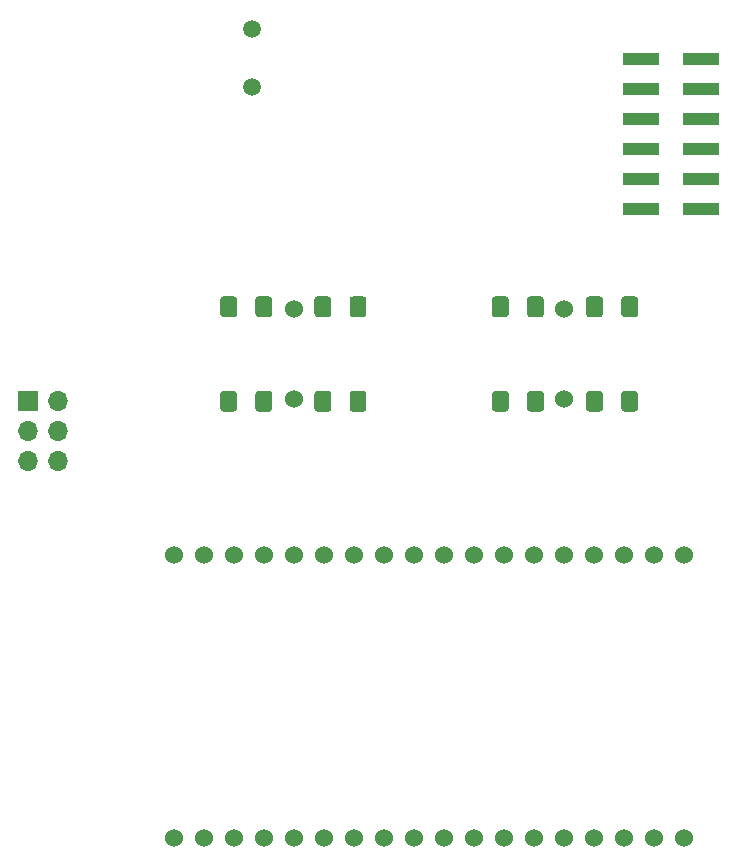
<source format=gbr>
%TF.GenerationSoftware,KiCad,Pcbnew,5.1.10*%
%TF.CreationDate,2021-09-26T09:19:48+10:00*%
%TF.ProjectId,pcb-main,7063622d-6d61-4696-9e2e-6b696361645f,rev?*%
%TF.SameCoordinates,Original*%
%TF.FileFunction,Soldermask,Bot*%
%TF.FilePolarity,Negative*%
%FSLAX46Y46*%
G04 Gerber Fmt 4.6, Leading zero omitted, Abs format (unit mm)*
G04 Created by KiCad (PCBNEW 5.1.10) date 2021-09-26 09:19:48*
%MOMM*%
%LPD*%
G01*
G04 APERTURE LIST*
%ADD10O,1.700000X1.700000*%
%ADD11R,1.700000X1.700000*%
%ADD12C,1.524000*%
%ADD13R,3.150000X1.000000*%
%ADD14C,1.500000*%
G04 APERTURE END LIST*
D10*
%TO.C,J1*%
X118540000Y-103080000D03*
X116000000Y-103080000D03*
X118540000Y-100540000D03*
X116000000Y-100540000D03*
X118540000Y-98000000D03*
D11*
X116000000Y-98000000D03*
%TD*%
D12*
%TO.C,U3*%
X128410880Y-111027040D03*
X130950880Y-111027040D03*
X133490880Y-111027040D03*
X136030880Y-111027040D03*
X138570880Y-111027040D03*
X141110880Y-111027040D03*
X143650880Y-111027040D03*
X146190880Y-111027040D03*
X148730880Y-111027040D03*
X151270880Y-111027040D03*
X153810880Y-111027040D03*
X156350880Y-111027040D03*
X158890880Y-111027040D03*
X161430880Y-111027040D03*
X163970880Y-111027040D03*
X166510880Y-111027040D03*
X169050880Y-111027040D03*
X171590880Y-111027040D03*
X171590880Y-135000000D03*
X169050880Y-135000000D03*
X166510880Y-135000000D03*
X163970880Y-135000000D03*
X161430880Y-135000000D03*
X158890880Y-135000000D03*
X156350880Y-135000000D03*
X153810880Y-135000000D03*
X151270880Y-135000000D03*
X148730880Y-135000000D03*
X146190880Y-135000000D03*
X143650880Y-135000000D03*
X141110880Y-135000000D03*
X138570880Y-135000000D03*
X136030880Y-135000000D03*
X133490880Y-135000000D03*
X130950880Y-135000000D03*
X128410880Y-135000000D03*
%TD*%
%TO.C,M1*%
X161430000Y-97810000D03*
X161430000Y-90190000D03*
X138570000Y-90190000D03*
X138570000Y-97810000D03*
%TD*%
D13*
%TO.C,J2*%
X167950000Y-81700000D03*
X173000000Y-81700000D03*
X167950000Y-79160000D03*
X173000000Y-79160000D03*
X167950000Y-76620000D03*
X173000000Y-76620000D03*
X167950000Y-74080000D03*
X173000000Y-74080000D03*
X167950000Y-71540000D03*
X173000000Y-71540000D03*
X167950000Y-69000000D03*
X173000000Y-69000000D03*
%TD*%
D14*
%TO.C,Y1*%
X135000000Y-71380000D03*
X135000000Y-66500000D03*
%TD*%
%TO.C,D8*%
G36*
G01*
X133737500Y-97375000D02*
X133737500Y-98625000D01*
G75*
G02*
X133487500Y-98875000I-250000J0D01*
G01*
X132562500Y-98875000D01*
G75*
G02*
X132312500Y-98625000I0J250000D01*
G01*
X132312500Y-97375000D01*
G75*
G02*
X132562500Y-97125000I250000J0D01*
G01*
X133487500Y-97125000D01*
G75*
G02*
X133737500Y-97375000I0J-250000D01*
G01*
G37*
G36*
G01*
X136712500Y-97375000D02*
X136712500Y-98625000D01*
G75*
G02*
X136462500Y-98875000I-250000J0D01*
G01*
X135537500Y-98875000D01*
G75*
G02*
X135287500Y-98625000I0J250000D01*
G01*
X135287500Y-97375000D01*
G75*
G02*
X135537500Y-97125000I250000J0D01*
G01*
X136462500Y-97125000D01*
G75*
G02*
X136712500Y-97375000I0J-250000D01*
G01*
G37*
%TD*%
%TO.C,D7*%
G36*
G01*
X141712500Y-97375000D02*
X141712500Y-98625000D01*
G75*
G02*
X141462500Y-98875000I-250000J0D01*
G01*
X140537500Y-98875000D01*
G75*
G02*
X140287500Y-98625000I0J250000D01*
G01*
X140287500Y-97375000D01*
G75*
G02*
X140537500Y-97125000I250000J0D01*
G01*
X141462500Y-97125000D01*
G75*
G02*
X141712500Y-97375000I0J-250000D01*
G01*
G37*
G36*
G01*
X144687500Y-97375000D02*
X144687500Y-98625000D01*
G75*
G02*
X144437500Y-98875000I-250000J0D01*
G01*
X143512500Y-98875000D01*
G75*
G02*
X143262500Y-98625000I0J250000D01*
G01*
X143262500Y-97375000D01*
G75*
G02*
X143512500Y-97125000I250000J0D01*
G01*
X144437500Y-97125000D01*
G75*
G02*
X144687500Y-97375000I0J-250000D01*
G01*
G37*
%TD*%
%TO.C,D6*%
G36*
G01*
X133737500Y-89375000D02*
X133737500Y-90625000D01*
G75*
G02*
X133487500Y-90875000I-250000J0D01*
G01*
X132562500Y-90875000D01*
G75*
G02*
X132312500Y-90625000I0J250000D01*
G01*
X132312500Y-89375000D01*
G75*
G02*
X132562500Y-89125000I250000J0D01*
G01*
X133487500Y-89125000D01*
G75*
G02*
X133737500Y-89375000I0J-250000D01*
G01*
G37*
G36*
G01*
X136712500Y-89375000D02*
X136712500Y-90625000D01*
G75*
G02*
X136462500Y-90875000I-250000J0D01*
G01*
X135537500Y-90875000D01*
G75*
G02*
X135287500Y-90625000I0J250000D01*
G01*
X135287500Y-89375000D01*
G75*
G02*
X135537500Y-89125000I250000J0D01*
G01*
X136462500Y-89125000D01*
G75*
G02*
X136712500Y-89375000I0J-250000D01*
G01*
G37*
%TD*%
%TO.C,D5*%
G36*
G01*
X141712500Y-89375000D02*
X141712500Y-90625000D01*
G75*
G02*
X141462500Y-90875000I-250000J0D01*
G01*
X140537500Y-90875000D01*
G75*
G02*
X140287500Y-90625000I0J250000D01*
G01*
X140287500Y-89375000D01*
G75*
G02*
X140537500Y-89125000I250000J0D01*
G01*
X141462500Y-89125000D01*
G75*
G02*
X141712500Y-89375000I0J-250000D01*
G01*
G37*
G36*
G01*
X144687500Y-89375000D02*
X144687500Y-90625000D01*
G75*
G02*
X144437500Y-90875000I-250000J0D01*
G01*
X143512500Y-90875000D01*
G75*
G02*
X143262500Y-90625000I0J250000D01*
G01*
X143262500Y-89375000D01*
G75*
G02*
X143512500Y-89125000I250000J0D01*
G01*
X144437500Y-89125000D01*
G75*
G02*
X144687500Y-89375000I0J-250000D01*
G01*
G37*
%TD*%
%TO.C,D4*%
G36*
G01*
X166262500Y-98625000D02*
X166262500Y-97375000D01*
G75*
G02*
X166512500Y-97125000I250000J0D01*
G01*
X167437500Y-97125000D01*
G75*
G02*
X167687500Y-97375000I0J-250000D01*
G01*
X167687500Y-98625000D01*
G75*
G02*
X167437500Y-98875000I-250000J0D01*
G01*
X166512500Y-98875000D01*
G75*
G02*
X166262500Y-98625000I0J250000D01*
G01*
G37*
G36*
G01*
X163287500Y-98625000D02*
X163287500Y-97375000D01*
G75*
G02*
X163537500Y-97125000I250000J0D01*
G01*
X164462500Y-97125000D01*
G75*
G02*
X164712500Y-97375000I0J-250000D01*
G01*
X164712500Y-98625000D01*
G75*
G02*
X164462500Y-98875000I-250000J0D01*
G01*
X163537500Y-98875000D01*
G75*
G02*
X163287500Y-98625000I0J250000D01*
G01*
G37*
%TD*%
%TO.C,D3*%
G36*
G01*
X158287500Y-98625000D02*
X158287500Y-97375000D01*
G75*
G02*
X158537500Y-97125000I250000J0D01*
G01*
X159462500Y-97125000D01*
G75*
G02*
X159712500Y-97375000I0J-250000D01*
G01*
X159712500Y-98625000D01*
G75*
G02*
X159462500Y-98875000I-250000J0D01*
G01*
X158537500Y-98875000D01*
G75*
G02*
X158287500Y-98625000I0J250000D01*
G01*
G37*
G36*
G01*
X155312500Y-98625000D02*
X155312500Y-97375000D01*
G75*
G02*
X155562500Y-97125000I250000J0D01*
G01*
X156487500Y-97125000D01*
G75*
G02*
X156737500Y-97375000I0J-250000D01*
G01*
X156737500Y-98625000D01*
G75*
G02*
X156487500Y-98875000I-250000J0D01*
G01*
X155562500Y-98875000D01*
G75*
G02*
X155312500Y-98625000I0J250000D01*
G01*
G37*
%TD*%
%TO.C,D2*%
G36*
G01*
X166262500Y-90625000D02*
X166262500Y-89375000D01*
G75*
G02*
X166512500Y-89125000I250000J0D01*
G01*
X167437500Y-89125000D01*
G75*
G02*
X167687500Y-89375000I0J-250000D01*
G01*
X167687500Y-90625000D01*
G75*
G02*
X167437500Y-90875000I-250000J0D01*
G01*
X166512500Y-90875000D01*
G75*
G02*
X166262500Y-90625000I0J250000D01*
G01*
G37*
G36*
G01*
X163287500Y-90625000D02*
X163287500Y-89375000D01*
G75*
G02*
X163537500Y-89125000I250000J0D01*
G01*
X164462500Y-89125000D01*
G75*
G02*
X164712500Y-89375000I0J-250000D01*
G01*
X164712500Y-90625000D01*
G75*
G02*
X164462500Y-90875000I-250000J0D01*
G01*
X163537500Y-90875000D01*
G75*
G02*
X163287500Y-90625000I0J250000D01*
G01*
G37*
%TD*%
%TO.C,D1*%
G36*
G01*
X158287500Y-90625000D02*
X158287500Y-89375000D01*
G75*
G02*
X158537500Y-89125000I250000J0D01*
G01*
X159462500Y-89125000D01*
G75*
G02*
X159712500Y-89375000I0J-250000D01*
G01*
X159712500Y-90625000D01*
G75*
G02*
X159462500Y-90875000I-250000J0D01*
G01*
X158537500Y-90875000D01*
G75*
G02*
X158287500Y-90625000I0J250000D01*
G01*
G37*
G36*
G01*
X155312500Y-90625000D02*
X155312500Y-89375000D01*
G75*
G02*
X155562500Y-89125000I250000J0D01*
G01*
X156487500Y-89125000D01*
G75*
G02*
X156737500Y-89375000I0J-250000D01*
G01*
X156737500Y-90625000D01*
G75*
G02*
X156487500Y-90875000I-250000J0D01*
G01*
X155562500Y-90875000D01*
G75*
G02*
X155312500Y-90625000I0J250000D01*
G01*
G37*
%TD*%
M02*

</source>
